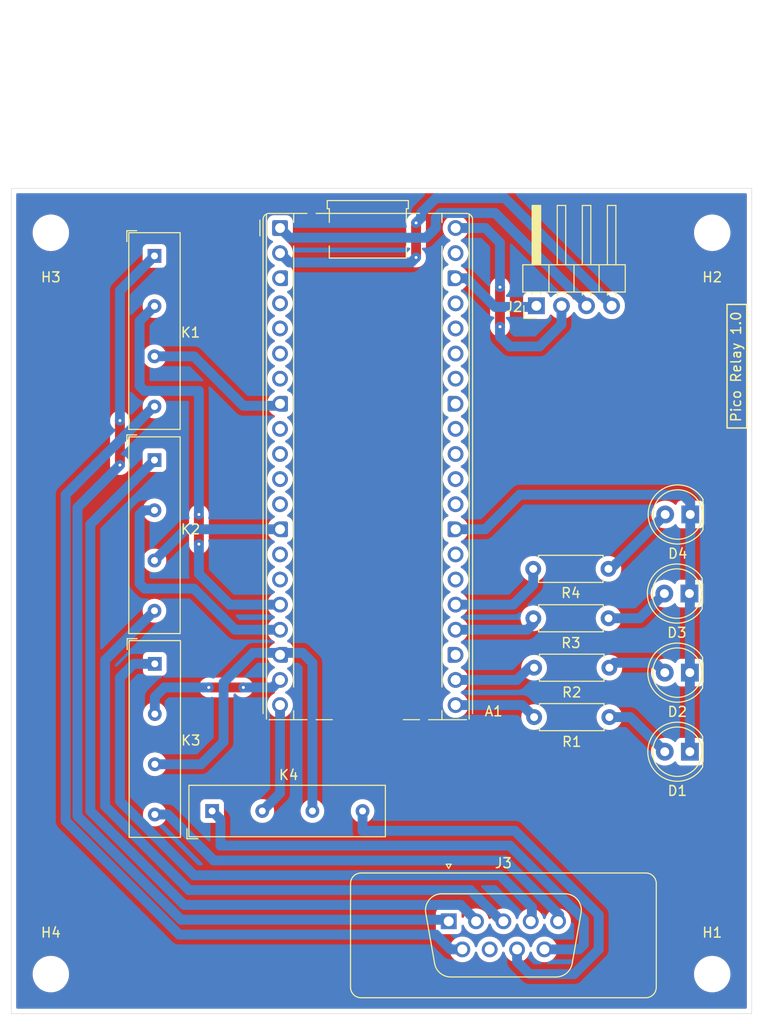
<source format=kicad_pcb>
(kicad_pcb (version 20241229) (generator "pcbnew") (generator_version "9.0")
  (layers (0 "F.Cu" signal) (2 "B.Cu" signal) (13 "F.Paste" user) (15 "B.Paste" user) (5 "F.SilkS" user "F.Silkscreen") (7 "B.SilkS" user "B.Silkscreen") (1 "F.Mask" user) (3 "B.Mask" user) (25 "Edge.Cuts" user))
  (net 0 "")
  (net 1 "Net-(A1-GPIO17)")
  (net 8 "Net-(A1-GPIO14)")
  (net 10 "Net-(A1-GPIO15)")
  (net 11 "Net-(A1-GPIO1)")
  (net 13 "Net-(A1-GPIO12)")
  (net 19 "Net-(A1-GPIO13)")
  (net 21 "Net-(A1-GPIO19)")
  (net 22 "Net-(A1-GPIO16)")
  (net 27 "Net-(A1-VBUS)")
  (net 31 "Net-(A1-GPIO18)")
  (net 32 "Net-(D1-A)")
  (net 33 "Net-(D2-A)")
  (net 34 "Net-(D3-A)")
  (net 35 "Net-(D4-A)")
  (net 36 "Net-(J3-Pad2)")
  (net 37 "Net-(J3-Pad3)")
  (net 38 "Net-(J3-Pad1)")
  (net 39 "Net-(J3-Pad8)")
  (net 41 "Net-(J3-Pad9)")
  (net 42 "Net-(J3-Pad4)")
  (net 43 "Net-(J3-Pad6)")
  (net 44 "Net-(J3-Pad5)")
  (net 45 "Net-(A1-GPIO0)")
  (net 46 "Net-(D1-K)")
  (footprint "Module:RaspberryPi_Pico_Common_THT" (layer "F.Cu") (at 98.72 67.52)
    (property "Reference" "A1" (at 20.6375 48.895 0) (layer "F.SilkS") (effects (justify left)))
    (property "Value" "RaspberryPi_Pico_W")
    (fp_line (start -2.04 0.8) (end -2.04 -0.8) (stroke (width 0.12)) (layer "F.SilkS"))
    (fp_line (start -1.72 -0.87) (end -1.72 49.13) (stroke (width 0.12)) (layer "F.SilkS"))
    (fp_line (start -1.38 -1.417) (end -1.38 49.677) (stroke (width 0.12)) (layer "F.SilkS"))
    (fp_line (start -1.11 -1.48) (end 1.38 -1.48) (stroke (width 0.12)) (layer "F.SilkS"))
    (fp_line (start -1.11 49.74) (end 2.727939 49.74) (stroke (width 0.12)) (layer "F.SilkS"))
    (fp_line (start 1.38 -1.48) (end 1.38 -0.56648) (stroke (width 0.12)) (layer "F.SilkS"))
    (fp_line (start 1.38 -1.48) (end 2.72794 -1.48) (stroke (width 0.12)) (layer "F.SilkS"))
    (fp_line (start 1.38 1.82648) (end 1.38 46.43352) (stroke (width 0.12)) (layer "F.SilkS"))
    (fp_line (start 1.38 48.82648) (end 1.38 49.74) (stroke (width 0.12)) (layer "F.SilkS"))
    (fp_line (start 3.652061 -1.48) (end 4.655 -1.48) (stroke (width 0.12)) (layer "F.SilkS"))
    (fp_line (start 4.655 -1.48) (end 13.125 -1.48) (stroke (width 0.12)) (layer "F.SilkS"))
    (fp_line (start 4.78 -2.78) (end 4.78 -1.96) (stroke (width 0.12)) (layer "F.SilkS"))
    (fp_line (start 4.78 -2.78) (end 13 -2.78) (stroke (width 0.12)) (layer "F.SilkS"))
    (fp_line (start 4.78 -1.96) (end 4.99 -1.96) (stroke (width 0.12)) (layer "F.SilkS"))
    (fp_line (start 4.99 -1.96) (end 4.99 -0.564) (stroke (width 0.12)) (layer "F.SilkS"))
    (fp_line (start 4.99 1.824) (end 4.99 3.04) (stroke (width 0.12)) (layer "F.SilkS"))
    (fp_line (start 5.29 49.74) (end 3.652061 49.74) (stroke (width 0.12)) (layer "F.SilkS"))
    (fp_line (start 12.79 -1.96) (end 12.79 -0.564) (stroke (width 0.12)) (layer "F.SilkS"))
    (fp_line (start 12.79 1.824) (end 12.79 3.04) (stroke (width 0.12)) (layer "F.SilkS"))
    (fp_line (start 12.79 3.04) (end 4.99 3.04) (stroke (width 0.12)) (layer "F.SilkS"))
    (fp_line (start 13 -2.78) (end 13 -1.96) (stroke (width 0.12)) (layer "F.SilkS"))
    (fp_line (start 13 -1.96) (end 12.79 -1.96) (stroke (width 0.12)) (layer "F.SilkS"))
    (fp_line (start 13.125 -1.48) (end 14.127939 -1.48) (stroke (width 0.12)) (layer "F.SilkS"))
    (fp_line (start 14.127939 49.74) (end 12.49 49.74) (stroke (width 0.12)) (layer "F.SilkS"))
    (fp_line (start 15.052061 -1.48) (end 16.4 -1.48) (stroke (width 0.12)) (layer "F.SilkS"))
    (fp_line (start 15.052061 49.74) (end 18.89 49.74) (stroke (width 0.12)) (layer "F.SilkS"))
    (fp_line (start 16.4 -1.48) (end 16.4 -0.56648) (stroke (width 0.12)) (layer "F.SilkS"))
    (fp_line (start 16.4 1.82648) (end 16.4 46.43352) (stroke (width 0.12)) (layer "F.SilkS"))
    (fp_line (start 16.4 48.82648) (end 16.4 49.74) (stroke (width 0.12)) (layer "F.SilkS"))
    (fp_line (start 18.89 -1.48) (end 16.4 -1.48) (stroke (width 0.12)) (layer "F.SilkS"))
    (fp_line (start 19.16 49.677) (end 19.16 -1.417) (stroke (width 0.12)) (layer "F.SilkS"))
    (fp_line (start 19.5 -0.87) (end 19.5 49.13) (stroke (width 0.12)) (layer "F.SilkS"))
    (fp_arc (start -1.72 -0.87) (mid -1.541335 -1.301335) (end -1.11 -1.48) (stroke (width 0.12)) (layer "F.SilkS"))
    (fp_arc (start 18.89 -1.48) (mid 19.321335 -1.301335) (end 19.5 -0.87) (stroke (width 0.12)) (layer "F.SilkS"))
    (pad "1" thru_hole roundrect (at 0 0) (size 1.6 1.6) (drill 1) (layers "*.Cu" "*.Mask") (roundrect_rratio 0.125) (net 45 "Net-(A1-GPIO0)"))
    (pad "2" thru_hole circle (at 0 2.54) (size 1.6 1.6) (drill 1) (layers "*.Cu" "*.Mask") (net 11 "Net-(A1-GPIO1)"))
    (pad "3" thru_hole custom (at 0 5.08) (size 1.6 1.6) (drill 1) (layers "*.Cu" "*.Mask") (net 46 "Net-(D1-K)") (options (clearance outline) (anchor circle)) (primitives (gr_poly (pts (xy 0.8 0.6) (xy 0.8 -0.6) (xy 0.6 -0.8) (xy 0 -0.8) (xy 0 0.8) (xy 0.6 0.8)) (width 0) (fill yes)) (gr_circle (center 0.6 0.6) (end 0.8 0.6) (width 0) (fill yes)) (gr_circle (center 0.6 -0.6) (end 0.8 -0.6) (width 0) (fill yes))))
    (pad "4" thru_hole circle (at 0 7.62) (size 1.6 1.6) (drill 1) (layers "*.Cu" "*.Mask"))
    (pad "5" thru_hole circle (at 0 10.16) (size 1.6 1.6) (drill 1) (layers "*.Cu" "*.Mask"))
    (pad "6" thru_hole circle (at 0 12.7) (size 1.6 1.6) (drill 1) (layers "*.Cu" "*.Mask"))
    (pad "7" thru_hole circle (at 0 15.24) (size 1.6 1.6) (drill 1) (layers "*.Cu" "*.Mask"))
    (pad "8" thru_hole custom (at 0 17.78) (size 1.6 1.6) (drill 1) (layers "*.Cu" "*.Mask") (net 46 "Net-(D1-K)") (options (clearance outline) (anchor circle)) (primitives (gr_poly (pts (xy 0.8 0.6) (xy 0.8 -0.6) (xy 0.6 -0.8) (xy 0 -0.8) (xy 0 0.8) (xy 0.6 0.8)) (width 0) (fill yes)) (gr_circle (center 0.6 0.6) (end 0.8 0.6) (width 0) (fill yes)) (gr_circle (center 0.6 -0.6) (end 0.8 -0.6) (width 0) (fill yes))))
    (pad "9" thru_hole circle (at 0 20.32) (size 1.6 1.6) (drill 1) (layers "*.Cu" "*.Mask"))
    (pad "10" thru_hole circle (at 0 22.86) (size 1.6 1.6) (drill 1) (layers "*.Cu" "*.Mask"))
    (pad "11" thru_hole circle (at 0 25.4) (size 1.6 1.6) (drill 1) (layers "*.Cu" "*.Mask"))
    (pad "12" thru_hole circle (at 0 27.94) (size 1.6 1.6) (drill 1) (layers "*.Cu" "*.Mask"))
    (pad "13" thru_hole custom (at 0 30.48) (size 1.6 1.6) (drill 1) (layers "*.Cu" "*.Mask") (net 46 "Net-(D1-K)") (options (clearance outline) (anchor circle)) (primitives (gr_poly (pts (xy 0.8 0.6) (xy 0.8 -0.6) (xy 0.6 -0.8) (xy 0 -0.8) (xy 0 0.8) (xy 0.6 0.8)) (width 0) (fill yes)) (gr_circle (center 0.6 0.6) (end 0.8 0.6) (width 0) (fill yes)) (gr_circle (center 0.6 -0.6) (end 0.8 -0.6) (width 0) (fill yes))))
    (pad "14" thru_hole circle (at 0 33.02) (size 1.6 1.6) (drill 1) (layers "*.Cu" "*.Mask"))
    (pad "15" thru_hole circle (at 0 35.56) (size 1.6 1.6) (drill 1) (layers "*.Cu" "*.Mask"))
    (pad "16" thru_hole circle (at 0 38.1) (size 1.6 1.6) (drill 1) (layers "*.Cu" "*.Mask") (net 13 "Net-(A1-GPIO12)"))
    (pad "17" thru_hole circle (at 0 40.64) (size 1.6 1.6) (drill 1) (layers "*.Cu" "*.Mask") (net 19 "Net-(A1-GPIO13)"))
    (pad "18" thru_hole custom (at 0 43.18) (size 1.6 1.6) (drill 1) (layers "*.Cu" "*.Mask") (net 46 "Net-(D1-K)") (options (clearance outline) (anchor circle)) (primitives (gr_poly (pts (xy 0.8 0.6) (xy 0.8 -0.6) (xy 0.6 -0.8) (xy 0 -0.8) (xy 0 0.8) (xy 0.6 0.8)) (width 0) (fill yes)) (gr_circle (center 0.6 0.6) (end 0.8 0.6) (width 0) (fill yes)) (gr_circle (center 0.6 -0.6) (end 0.8 -0.6) (width 0) (fill yes))))
    (pad "19" thru_hole circle (at 0 45.72) (size 1.6 1.6) (drill 1) (layers "*.Cu" "*.Mask") (net 8 "Net-(A1-GPIO14)"))
    (pad "20" thru_hole circle (at 0 48.26) (size 1.6 1.6) (drill 1) (layers "*.Cu" "*.Mask") (net 10 "Net-(A1-GPIO15)"))
    (pad "21" thru_hole circle (at 17.78 48.26) (size 1.6 1.6) (drill 1) (layers "*.Cu" "*.Mask") (net 22 "Net-(A1-GPIO16)"))
    (pad "22" thru_hole circle (at 17.78 45.72) (size 1.6 1.6) (drill 1) (layers "*.Cu" "*.Mask") (net 1 "Net-(A1-GPIO17)"))
    (pad "23" thru_hole custom (at 17.78 43.18) (size 1.6 1.6) (drill 1) (layers "*.Cu" "*.Mask") (net 46 "Net-(D1-K)") (options (clearance outline) (anchor circle)) (primitives (gr_poly (pts (xy -0.8 0.6) (xy -0.8 -0.6) (xy -0.6 -0.8) (xy 0 -0.8) (xy 0 0.8) (xy -0.6 0.8)) (width 0) (fill yes)) (gr_circle (center -0.6 0.6) (end -0.4 0.6) (width 0) (fill yes)) (gr_circle (center -0.6 -0.6) (end -0.4 -0.6) (width 0) (fill yes))))
    (pad "24" thru_hole circle (at 17.78 40.64) (size 1.6 1.6) (drill 1) (layers "*.Cu" "*.Mask") (net 31 "Net-(A1-GPIO18)"))
    (pad "25" thru_hole circle (at 17.78 38.1) (size 1.6 1.6) (drill 1) (layers "*.Cu" "*.Mask") (net 21 "Net-(A1-GPIO19)"))
    (pad "26" thru_hole circle (at 17.78 35.56) (size 1.6 1.6) (drill 1) (layers "*.Cu" "*.Mask"))
    (pad "27" thru_hole circle (at 17.78 33.02) (size 1.6 1.6) (drill 1) (layers "*.Cu" "*.Mask"))
    (pad "28" thru_hole custom (at 17.78 30.48) (size 1.6 1.6) (drill 1) (layers "*.Cu" "*.Mask") (net 46 "Net-(D1-K)") (options (clearance outline) (anchor circle)) (primitives (gr_poly (pts (xy -0.8 0.6) (xy -0.8 -0.6) (xy -0.6 -0.8) (xy 0 -0.8) (xy 0 0.8) (xy -0.6 0.8)) (width 0) (fill yes)) (gr_circle (center -0.6 0.6) (end -0.4 0.6) (width 0) (fill yes)) (gr_circle (center -0.6 -0.6) (end -0.4 -0.6) (width 0) (fill yes))))
    (pad "29" thru_hole circle (at 17.78 27.94) (size 1.6 1.6) (drill 1) (layers "*.Cu" "*.Mask"))
    (pad "30" thru_hole circle (at 17.78 25.4) (size 1.6 1.6) (drill 1) (layers "*.Cu" "*.Mask"))
    (pad "31" thru_hole circle (at 17.78 22.86) (size 1.6 1.6) (drill 1) (layers "*.Cu" "*.Mask"))
    (pad "32" thru_hole circle (at 17.78 20.32) (size 1.6 1.6) (drill 1) (layers "*.Cu" "*.Mask"))
    (pad "33" thru_hole custom (at 17.78 17.78) (size 1.6 1.6) (drill 1) (layers "*.Cu" "*.Mask") (options (clearance outline) (anchor circle)) (primitives (gr_poly (pts (xy -0.8 0.6) (xy -0.8 -0.6) (xy -0.6 -0.8) (xy 0 -0.8) (xy 0 0.8) (xy -0.6 0.8)) (width 0) (fill yes)) (gr_circle (center -0.6 0.6) (end -0.4 0.6) (width 0) (fill yes)) (gr_circle (center -0.6 -0.6) (end -0.4 -0.6) (width 0) (fill yes))))
    (pad "34" thru_hole circle (at 17.78 15.24) (size 1.6 1.6) (drill 1) (layers "*.Cu" "*.Mask"))
    (pad "35" thru_hole circle (at 17.78 12.7) (size 1.6 1.6) (drill 1) (layers "*.Cu" "*.Mask"))
    (pad "36" thru_hole circle (at 17.78 10.16) (size 1.6 1.6) (drill 1) (layers "*.Cu" "*.Mask"))
    (pad "37" thru_hole circle (at 17.78 7.62) (size 1.6 1.6) (drill 1) (layers "*.Cu" "*.Mask"))
    (pad "38" thru_hole custom (at 17.78 5.08) (size 1.6 1.6) (drill 1) (layers "*.Cu" "*.Mask") (net 46 "Net-(D1-K)") (options (clearance outline) (anchor circle)) (primitives (gr_poly (pts (xy -0.8 0.6) (xy -0.8 -0.6) (xy -0.6 -0.8) (xy 0 -0.8) (xy 0 0.8) (xy -0.6 0.8)) (width 0) (fill yes)) (gr_circle (center -0.6 0.6) (end -0.4 0.6) (width 0) (fill yes)) (gr_circle (center -0.6 -0.6) (end -0.4 -0.6) (width 0) (fill yes))))
    (pad "39" thru_hole circle (at 17.78 2.54) (size 1.6 1.6) (drill 1) (layers "*.Cu" "*.Mask"))
    (pad "40" thru_hole circle (at 17.78 0) (size 1.6 1.6) (drill 1) (layers "*.Cu" "*.Mask") (net 27 "Net-(A1-VBUS)"))
  )
  (footprint "Connector_PinHeader_2.54mm:PinHeader_1x04_P2.54mm_Horizontal" (layer "F.Cu") (at 124.69 75.385 90)
    (property "Reference" "J2" (at -0.115 -2.27 0) (layer "F.SilkS"))
    (property "Value" "Conn_01x04_Pin")
    (fp_line (start 4.15 -1.38) (end 1.39 -1.38) (stroke (width 0.12)) (layer "F.SilkS"))
    (fp_line (start 1.39 -1.38) (end 1.39 9) (stroke (width 0.12)) (layer "F.SilkS"))
    (fp_line (start -1.27 -1.27) (end 0 -1.27) (stroke (width 0.12)) (layer "F.SilkS"))
    (fp_line (start 1.16 -0.43) (end 1.39 -0.43) (stroke (width 0.12)) (layer "F.SilkS"))
    (fp_line (start -1.27 0) (end -1.27 -1.27) (stroke (width 0.12)) (layer "F.SilkS"))
    (fp_line (start 1.16 0.43) (end 1.39 0.43) (stroke (width 0.12)) (layer "F.SilkS"))
    (fp_line (start 1.39 1.27) (end 4.15 1.27) (stroke (width 0.12)) (layer "F.SilkS"))
    (fp_line (start 10.15 2.11) (end 10.15 2.97) (stroke (width 0.12)) (layer "F.SilkS"))
    (fp_line (start 4.15 2.11) (end 10.15 2.11) (stroke (width 0.12)) (layer "F.SilkS"))
    (fp_line (start 1.077358 2.11) (end 1.39 2.11) (stroke (width 0.12)) (layer "F.SilkS"))
    (fp_line (start 10.15 2.97) (end 4.15 2.97) (stroke (width 0.12)) (layer "F.SilkS"))
    (fp_line (start 1.077358 2.97) (end 1.39 2.97) (stroke (width 0.12)) (layer "F.SilkS"))
    (fp_line (start 1.39 3.81) (end 4.15 3.81) (stroke (width 0.12)) (layer "F.SilkS"))
    (fp_line (start 10.15 4.65) (end 10.15 5.51) (stroke (width 0.12)) (layer "F.SilkS"))
    (fp_line (start 4.15 4.65) (end 10.15 4.65) (stroke (width 0.12)) (layer "F.SilkS"))
    (fp_line (start 1.077358 4.65) (end 1.39 4.65) (stroke (width 0.12)) (layer "F.SilkS"))
    (fp_line (start 10.15 5.51) (end 4.15 5.51) (stroke (width 0.12)) (layer "F.SilkS"))
    (fp_line (start 1.077358 5.51) (end 1.39 5.51) (stroke (width 0.12)) (layer "F.SilkS"))
    (fp_line (start 1.39 6.35) (end 4.15 6.35) (stroke (width 0.12)) (layer "F.SilkS"))
    (fp_line (start 10.15 7.19) (end 10.15 8.05) (stroke (width 0.12)) (layer "F.SilkS"))
    (fp_line (start 4.15 7.19) (end 10.15 7.19) (stroke (width 0.12)) (layer "F.SilkS"))
    (fp_line (start 1.077358 7.19) (end 1.39 7.19) (stroke (width 0.12)) (layer "F.SilkS"))
    (fp_line (start 10.15 8.05) (end 4.15 8.05) (stroke (width 0.12)) (layer "F.SilkS"))
    (fp_line (start 1.077358 8.05) (end 1.39 8.05) (stroke (width 0.12)) (layer "F.SilkS"))
    (fp_line (start 4.15 9) (end 4.15 -1.38) (stroke (width 0.12)) (layer "F.SilkS"))
    (fp_line (start 1.39 9) (end 4.15 9) (stroke (width 0.12)) (layer "F.SilkS"))
    (fp_rect (start 4.15 -0.43) (end 10.15 0.43) (stroke (width 0.12)) (fill yes) (layer "F.SilkS"))
    (pad "1" thru_hole rect (at 0 0 90) (size 1.7 1.7) (drill 1) (layers "*.Cu" "*.Mask") (net 46 "Net-(D1-K)"))
    (pad "2" thru_hole circle (at 0 2.54 90) (size 1.7 1.7) (drill 1) (layers "*.Cu" "*.Mask") (net 27 "Net-(A1-VBUS)"))
    (pad "3" thru_hole circle (at 0 5.08 90) (size 1.7 1.7) (drill 1) (layers "*.Cu" "*.Mask") (net 45 "Net-(A1-GPIO0)"))
    (pad "4" thru_hole circle (at 0 7.62 90) (size 1.7 1.7) (drill 1) (layers "*.Cu" "*.Mask") (net 11 "Net-(A1-GPIO1)"))
  )
  (footprint "Resistor_THT:R_Axial_DIN0207_L6.3mm_D2.5mm_P7.62mm_Horizontal" (layer "F.Cu") (at 124.38 107)
    (property "Reference" "R3" (at 3.81 2.5 0) (layer "F.SilkS"))
    (property "Value" "R")
    (fp_line (start 0.54 -1.37) (end 7.08 -1.37) (stroke (width 0.12)) (layer "F.SilkS"))
    (fp_line (start 0.54 -1.04) (end 0.54 -1.37) (stroke (width 0.12)) (layer "F.SilkS"))
    (fp_line (start 0.54 1.04) (end 0.54 1.37) (stroke (width 0.12)) (layer "F.SilkS"))
    (fp_line (start 0.54 1.37) (end 7.08 1.37) (stroke (width 0.12)) (layer "F.SilkS"))
    (fp_line (start 7.08 -1.37) (end 7.08 -1.04) (stroke (width 0.12)) (layer "F.SilkS"))
    (fp_line (start 7.08 1.37) (end 7.08 1.04) (stroke (width 0.12)) (layer "F.SilkS"))
    (pad "1" thru_hole circle (at 0 0) (size 1.6 1.6) (drill 0.8) (layers "*.Cu" "*.Mask") (net 31 "Net-(A1-GPIO18)"))
    (pad "2" thru_hole oval (at 7.62 0) (size 1.6 1.6) (drill 0.8) (layers "*.Cu" "*.Mask") (net 34 "Net-(D3-A)"))
  )
  (footprint "Relay_THT:Relay_SPST_StandexMeder_SIL_Form1A" (layer "F.Cu") (at 86 70.34 -90)
    (property "Reference" "K1" (at 7.75 -3.65 0) (layer "F.SilkS"))
    (property "Value" "SILxx-1Axx-71x" (hide yes))
    (fp_line (start -2.55 2.8) (end -2.55 1.8) (stroke (width 0.12)) (layer "F.SilkS"))
    (fp_line (start -1.45 2.8) (end -2.55 2.8) (stroke (width 0.12)) (layer "F.SilkS"))
    (fp_line (start -2.35 2.6) (end -2.35 -2.6) (stroke (width 0.12)) (layer "F.SilkS"))
    (fp_line (start 17.55 2.6) (end -2.35 2.6) (stroke (width 0.12)) (layer "F.SilkS"))
    (fp_line (start -2.35 -2.6) (end 17.55 -2.6) (stroke (width 0.12)) (layer "F.SilkS"))
    (fp_line (start 17.55 -2.6) (end 17.55 2.6) (stroke (width 0.12)) (layer "F.SilkS"))
    (pad "1" thru_hole rect (at 0 0 270) (size 1.4 1.4) (drill 0.7) (layers "*.Cu" "*.Mask") (net 38 "Net-(J3-Pad1)"))
    (pad "3" thru_hole circle (at 5.08 0 270) (size 1.4 1.4) (drill 0.7) (layers "*.Cu" "*.Mask") (net 13 "Net-(A1-GPIO12)"))
    (pad "5" thru_hole circle (at 10.16 0 270) (size 1.4 1.4) (drill 0.7) (layers "*.Cu" "*.Mask") (net 46 "Net-(D1-K)"))
    (pad "7" thru_hole circle (at 15.24 0 270) (size 1.4 1.4) (drill 0.7) (layers "*.Cu" "*.Mask") (net 43 "Net-(J3-Pad6)"))
  )
  (footprint "Resistor_THT:R_Axial_DIN0207_L6.3mm_D2.5mm_P7.62mm_Horizontal" (layer "F.Cu") (at 124.36665 102)
    (property "Reference" "R4" (at 3.81 2.444966 0) (layer "F.SilkS"))
    (property "Value" "R")
    (fp_line (start 0.54 -1.37) (end 7.08 -1.37) (stroke (width 0.12)) (layer "F.SilkS"))
    (fp_line (start 0.54 -1.04) (end 0.54 -1.37) (stroke (width 0.12)) (layer "F.SilkS"))
    (fp_line (start 0.54 1.04) (end 0.54 1.37) (stroke (width 0.12)) (layer "F.SilkS"))
    (fp_line (start 0.54 1.37) (end 7.08 1.37) (stroke (width 0.12)) (layer "F.SilkS"))
    (fp_line (start 7.08 -1.37) (end 7.08 -1.04) (stroke (width 0.12)) (layer "F.SilkS"))
    (fp_line (start 7.08 1.37) (end 7.08 1.04) (stroke (width 0.12)) (layer "F.SilkS"))
    (pad "1" thru_hole circle (at 0 0) (size 1.6 1.6) (drill 0.8) (layers "*.Cu" "*.Mask") (net 21 "Net-(A1-GPIO19)"))
    (pad "2" thru_hole oval (at 7.62 0) (size 1.6 1.6) (drill 0.8) (layers "*.Cu" "*.Mask") (net 35 "Net-(D4-A)"))
  )
  (footprint "Resistor_THT:R_Axial_DIN0207_L6.3mm_D2.5mm_P7.62mm_Horizontal" (layer "F.Cu") (at 124.46 117)
    (property "Reference" "R1" (at 3.81 2.5 0) (layer "F.SilkS"))
    (property "Value" "R")
    (fp_line (start 0.54 -1.37) (end 7.08 -1.37) (stroke (width 0.12)) (layer "F.SilkS"))
    (fp_line (start 0.54 -1.04) (end 0.54 -1.37) (stroke (width 0.12)) (layer "F.SilkS"))
    (fp_line (start 0.54 1.04) (end 0.54 1.37) (stroke (width 0.12)) (layer "F.SilkS"))
    (fp_line (start 0.54 1.37) (end 7.08 1.37) (stroke (width 0.12)) (layer "F.SilkS"))
    (fp_line (start 7.08 -1.37) (end 7.08 -1.04) (stroke (width 0.12)) (layer "F.SilkS"))
    (fp_line (start 7.08 1.37) (end 7.08 1.04) (stroke (width 0.12)) (layer "F.SilkS"))
    (pad "1" thru_hole circle (at 0 0) (size 1.6 1.6) (drill 0.8) (layers "*.Cu" "*.Mask") (net 22 "Net-(A1-GPIO16)"))
    (pad "2" thru_hole oval (at 7.62 0) (size 1.6 1.6) (drill 0.8) (layers "*.Cu" "*.Mask") (net 32 "Net-(D1-A)"))
  )
  (footprint "MountingHole:MountingHole_3.2mm_M3" (layer "F.Cu") (at 75.5 68)
    (property "Reference" "H3" (at 0 4.5 0) (layer "F.SilkS"))
    (property "Value" "MountingHole")
    (pad "" np_thru_hole circle (at 0 0) (size 3.2 3.2) (drill 3.2) (layers "*.Cu" "*.Mask"))
  )
  (footprint "LED_THT:LED_D5.0mm_Clear" (layer "F.Cu") (at 140.191688 104.5 180)
    (property "Reference" "D3" (at 1.27 -3.96 0) (layer "F.SilkS"))
    (property "Value" "LED")
    (fp_line (start -1.29 -1.545) (end -1.29 1.545) (stroke (width 0.12)) (layer "F.SilkS"))
    (fp_arc (start 4.26 0.000048) (mid 2.071756 2.880501) (end -1.29 1.54483) (stroke (width 0.12)) (layer "F.SilkS"))
    (fp_arc (start -1.29 -1.54483) (mid 2.071756 -2.880501) (end 4.26 -0.000048) (stroke (width 0.12)) (layer "F.SilkS"))
    (fp_circle (center 1.27 0) (end 3.77 0) (stroke (width 0.12)) (fill no) (layer "F.SilkS"))
    (pad "1" thru_hole rect (at 0 0 180) (size 1.8 1.8) (drill 0.9) (layers "*.Cu" "*.Mask") (net 46 "Net-(D1-K)"))
    (pad "2" thru_hole circle (at 2.54 0 180) (size 1.8 1.8) (drill 0.9) (layers "*.Cu" "*.Mask") (net 34 "Net-(D3-A)"))
  )
  (footprint "LED_THT:LED_D5.0mm_Clear" (layer "F.Cu") (at 140.235 112.5 180)
    (property "Reference" "D2" (at 1.27 -3.96 0) (layer "F.SilkS"))
    (property "Value" "LED")
    (fp_line (start -1.29 -1.545) (end -1.29 1.545) (stroke (width 0.12)) (layer "F.SilkS"))
    (fp_arc (start 4.26 0.000048) (mid 2.071756 2.880501) (end -1.29 1.54483) (stroke (width 0.12)) (layer "F.SilkS"))
    (fp_arc (start -1.29 -1.54483) (mid 2.071756 -2.880501) (end 4.26 -0.000048) (stroke (width 0.12)) (layer "F.SilkS"))
    (fp_circle (center 1.27 0) (end 3.77 0) (stroke (width 0.12)) (fill no) (layer "F.SilkS"))
    (pad "1" thru_hole rect (at 0 0 180) (size 1.8 1.8) (drill 0.9) (layers "*.Cu" "*.Mask") (net 46 "Net-(D1-K)"))
    (pad "2" thru_hole circle (at 2.54 0 180) (size 1.8 1.8) (drill 0.9) (layers "*.Cu" "*.Mask") (net 33 "Net-(D2-A)"))
  )
  (footprint "MountingHole:MountingHole_3.2mm_M3" (layer "F.Cu") (at 142.5 143)
    (property "Reference" "H1" (at 0 -4.2 0) (layer "F.SilkS"))
    (property "Value" "MountingHole")
    (pad "" np_thru_hole circle (at 0 0) (size 3.2 3.2) (drill 3.2) (layers "*.Cu" "*.Mask"))
  )
  (footprint "Resistor_THT:R_Axial_DIN0207_L6.3mm_D2.5mm_P7.62mm_Horizontal" (layer "F.Cu") (at 124.46 112)
    (property "Reference" "R2" (at 3.81 2.5 0) (layer "F.SilkS"))
    (property "Value" "R")
    (fp_line (start 0.54 -1.37) (end 7.08 -1.37) (stroke (width 0.12)) (layer "F.SilkS"))
    (fp_line (start 0.54 -1.04) (end 0.54 -1.37) (stroke (width 0.12)) (layer "F.SilkS"))
    (fp_line (start 0.54 1.04) (end 0.54 1.37) (stroke (width 0.12)) (layer "F.SilkS"))
    (fp_line (start 0.54 1.37) (end 7.08 1.37) (stroke (width 0.12)) (layer "F.SilkS"))
    (fp_line (start 7.08 -1.37) (end 7.08 -1.04) (stroke (width 0.12)) (layer "F.SilkS"))
    (fp_line (start 7.08 1.37) (end 7.08 1.04) (stroke (width 0.12)) (layer "F.SilkS"))
    (pad "1" thru_hole circle (at 0 0) (size 1.6 1.6) (drill 0.8) (layers "*.Cu" "*.Mask") (net 1 "Net-(A1-GPIO17)"))
    (pad "2" thru_hole oval (at 7.62 0) (size 1.6 1.6) (drill 0.8) (layers "*.Cu" "*.Mask") (net 33 "Net-(D2-A)"))
  )
  (footprint "LED_THT:LED_D5.0mm_Clear" (layer "F.Cu") (at 140.275 96.5 180)
    (property "Reference" "D4" (at 1.27 -3.96 0) (layer "F.SilkS"))
    (property "Value" "LED")
    (fp_line (start -1.29 -1.545) (end -1.29 1.545) (stroke (width 0.12)) (layer "F.SilkS"))
    (fp_arc (start 4.26 0.000048) (mid 2.071756 2.880501) (end -1.29 1.54483) (stroke (width 0.12)) (layer "F.SilkS"))
    (fp_arc (start -1.29 -1.54483) (mid 2.071756 -2.880501) (end 4.26 -0.000048) (stroke (width 0.12)) (layer "F.SilkS"))
    (fp_circle (center 1.27 0) (end 3.77 0) (stroke (width 0.12)) (fill no) (layer "F.SilkS"))
    (pad "1" thru_hole rect (at 0 0 180) (size 1.8 1.8) (drill 0.9) (layers "*.Cu" "*.Mask") (net 46 "Net-(D1-K)"))
    (pad "2" thru_hole circle (at 2.54 0 180) (size 1.8 1.8) (drill 0.9) (layers "*.Cu" "*.Mask") (net 35 "Net-(D4-A)"))
  )
  (footprint "Connector_Dsub:DSUB-9_Pins_Vertical_P2.77x2.84mm" (layer "F.Cu") (at 115.805 137.66)
    (property "Reference" "J3" (at 5.54 -5.89 0) (layer "F.SilkS"))
    (property "Value" "DE9_Pins")
    (fp_line (start -9.945 6.67) (end -9.945 -3.83) (stroke (width 0.12)) (layer "F.SilkS"))
    (fp_line (start -8.885 -4.89) (end 19.965 -4.89) (stroke (width 0.12)) (layer "F.SilkS"))
    (fp_line (start -2.32647 -0.841744) (end -1.427202 4.258256) (stroke (width 0.12)) (layer "F.SilkS"))
    (fp_line (start -0.691689 -2.79) (end 11.771689 -2.79) (stroke (width 0.12)) (layer "F.SilkS"))
    (fp_line (start -0.25 -5.784338) (end 0.25 -5.784338) (stroke (width 0.12)) (layer "F.SilkS"))
    (fp_line (start 0 -5.351325) (end -0.25 -5.784338) (stroke (width 0.12)) (layer "F.SilkS"))
    (fp_line (start 0.207579 5.63) (end 10.872421 5.63) (stroke (width 0.12)) (layer "F.SilkS"))
    (fp_line (start 0.25 -5.784338) (end 0 -5.351325) (stroke (width 0.12)) (layer "F.SilkS"))
    (fp_line (start 13.40647 -0.841744) (end 12.507202 4.258256) (stroke (width 0.12)) (layer "F.SilkS"))
    (fp_line (start 19.965 7.73) (end -8.885 7.73) (stroke (width 0.12)) (layer "F.SilkS"))
    (fp_line (start 21.025 -3.83) (end 21.025 6.67) (stroke (width 0.12)) (layer "F.SilkS"))
    (fp_arc (start -9.945 -3.83) (mid -9.634533 -4.579533) (end -8.885 -4.89) (stroke (width 0.12)) (layer "F.SilkS"))
    (fp_arc (start -8.885 7.73) (mid -9.634533 7.419533) (end -9.945 6.67) (stroke (width 0.12)) (layer "F.SilkS"))
    (fp_arc (start -2.32647 -0.841744) (mid -1.963323 -2.197027) (end -0.691689 -2.79) (stroke (width 0.12)) (layer "F.SilkS"))
    (fp_arc (start 0.207579 5.63) (mid -0.859449 5.241634) (end -1.427202 4.258256) (stroke (width 0.12)) (layer "F.SilkS"))
    (fp_arc (start 11.771689 -2.79) (mid 13.043323 -2.197027) (end 13.40647 -0.841744) (stroke (width 0.12)) (layer "F.SilkS"))
    (fp_arc (start 12.507202 4.258256) (mid 11.939449 5.241634) (end 10.872421 5.63) (stroke (width 0.12)) (layer "F.SilkS"))
    (fp_arc (start 19.965 -4.89) (mid 20.714533 -4.579533) (end 21.025 -3.83) (stroke (width 0.12)) (layer "F.SilkS"))
    (fp_arc (start 21.025 6.67) (mid 20.714533 7.419533) (end 19.965 7.73) (stroke (width 0.12)) (layer "F.SilkS"))
    (pad "1" thru_hole rect (at 0 0) (size 1.6 1.6) (drill 1) (layers "*.Cu" "*.Mask") (net 38 "Net-(J3-Pad1)"))
    (pad "2" thru_hole circle (at 2.77 0) (size 1.6 1.6) (drill 1) (layers "*.Cu" "*.Mask") (net 36 "Net-(J3-Pad2)"))
    (pad "3" thru_hole circle (at 5.54 0) (size 1.6 1.6) (drill 1) (layers "*.Cu" "*.Mask") (net 37 "Net-(J3-Pad3)"))
    (pad "4" thru_hole circle (at 8.31 0) (size 1.6 1.6) (drill 1) (layers "*.Cu" "*.Mask") (net 42 "Net-(J3-Pad4)"))
    (pad "5" thru_hole circle (at 11.08 0) (size 1.6 1.6) (drill 1) (layers "*.Cu" "*.Mask") (net 44 "Net-(J3-Pad5)"))
    (pad "6" thru_hole circle (at 1.385 2.84) (size 1.6 1.6) (drill 1) (layers "*.Cu" "*.Mask") (net 43 "Net-(J3-Pad6)"))
    (pad "7" thru_hole circle (at 4.155 2.84) (size 1.6 1.6) (drill 1) (layers "*.Cu" "*.Mask"))
    (pad "8" thru_hole circle (at 6.925 2.84) (size 1.6 1.6) (drill 1) (layers "*.Cu" "*.Mask") (net 39 "Net-(J3-Pad8)"))
    (pad "9" thru_hole circle (at 9.695 2.84) (size 1.6 1.6) (drill 1) (layers "*.Cu" "*.Mask") (net 41 "Net-(J3-Pad9)"))
  )
  (footprint "Relay_THT:Relay_SPST_StandexMeder_SIL_Form1A" (layer "F.Cu") (at 86.033704 111.610922 -90)
    (property "Reference" "K3" (at 7.75 -3.65 0) (layer "F.SilkS"))
    (property "Value" "SILxx-1Axx-71x" (hide yes))
    (fp_line (start -2.55 2.8) (end -2.55 1.8) (stroke (width 0.12)) (layer "F.SilkS"))
    (fp_line (start -1.45 2.8) (end -2.55 2.8) (stroke (width 0.12)) (layer "F.SilkS"))
    (fp_line (start -2.35 2.6) (end -2.35 -2.6) (stroke (width 0.12)) (layer "F.SilkS"))
    (fp_line (start 17.55 2.6) (end -2.35 2.6) (stroke (width 0.12)) (layer "F.SilkS"))
    (fp_line (start -2.35 -2.6) (end 17.55 -2.6) (stroke (width 0.12)) (layer "F.SilkS"))
    (fp_line (start 17.55 -2.6) (end 17.55 2.6) (stroke (width 0.12)) (layer "F.SilkS"))
    (pad "1" thru_hole rect (at 0 0 270) (size 1.4 1.4) (drill 0.7) (layers "*.Cu" "*.Mask") (net 42 "Net-(J3-Pad4)"))
    (pad "3" thru_hole circle (at 5.08 0 270) (size 1.4 1.4) (drill 0.7) (layers "*.Cu" "*.Mask") (net 8 "Net-(A1-GPIO14)"))
    (pad "5" thru_hole circle (at 10.16 0 270) (size 1.4 1.4) (drill 0.7) (layers "*.Cu" "*.Mask") (net 46 "Net-(D1-K)"))
    (pad "7" thru_hole circle (at 15.24 0 270) (size 1.4 1.4) (drill 0.7) (layers "*.Cu" "*.Mask") (net 44 "Net-(J3-Pad5)"))
  )
  (footprint "MountingHole:MountingHole_3.2mm_M3" (layer "F.Cu") (at 142.5 68)
    (property "Reference" "H2" (at 0 4.5 0) (layer "F.SilkS"))
    (property "Value" "MountingHole")
    (pad "" np_thru_hole circle (at 0 0) (size 3.2 3.2) (drill 3.2) (layers "*.Cu" "*.Mask"))
  )
  (footprint "Relay_THT:Relay_SPST_StandexMeder_SIL_Form1A" (layer "F.Cu") (at 91.84 126.5)
    (property "Reference" "K4" (at 7.75 -3.65 0) (layer "F.SilkS"))
    (property "Value" "SILxx-1Axx-71x")
    (fp_line (start -2.55 2.8) (end -2.55 1.8) (stroke (width 0.12)) (layer "F.SilkS"))
    (fp_line (start -2.35 -2.6) (end 17.55 -2.6) (stroke (width 0.12)) (layer "F.SilkS"))
    (fp_line (start -2.35 2.6) (end -2.35 -2.6) (stroke (width 0.12)) (layer "F.SilkS"))
    (fp_line (start -1.45 2.8) (end -2.55 2.8) (stroke (width 0.12)) (layer "F.SilkS"))
    (fp_line (start 17.55 -2.6) (end 17.55 2.6) (stroke (width 0.12)) (layer "F.SilkS"))
    (fp_line (start 17.55 2.6) (end -2.35 2.6) (stroke (width 0.12)) (layer "F.SilkS"))
    (pad "1" thru_hole rect (at 0 0) (size 1.4 1.4) (drill 0.7) (layers "*.Cu" "*.Mask") (net 41 "Net-(J3-Pad9)"))
    (pad "3" thru_hole circle (at 5.08 0) (size 1.4 1.4) (drill 0.7) (layers "*.Cu" "*.Mask") (net 10 "Net-(A1-GPIO15)"))
    (pad "5" thru_hole circle (at 10.16 0) (size 1.4 1.4) (drill 0.7) (layers "*.Cu" "*.Mask") (net 46 "Net-(D1-K)"))
    (pad "7" thru_hole circle (at 15.24 0) (size 1.4 1.4) (drill 0.7) (layers "*.Cu" "*.Mask") (net 39 "Net-(J3-Pad8)"))
  )
  (footprint "MountingHole:MountingHole_3.2mm_M3" (layer "F.Cu") (at 75.5 143)
    (property "Reference" "H4" (at 0 -4.2 0) (layer "F.SilkS"))
    (property "Value" "MountingHole")
    (pad "" np_thru_hole circle (at 0 0) (size 3.2 3.2) (drill 3.2) (layers "*.Cu" "*.Mask"))
  )
  (footprint "LED_THT:LED_D5.0mm_Clear" (layer "F.Cu") (at 140.235 120.5 180)
    (property "Reference" "D1" (at 1.27 -3.96 0) (layer "F.SilkS"))
    (property "Value" "LED")
    (fp_line (start -1.29 -1.545) (end -1.29 1.545) (stroke (width 0.12)) (layer "F.SilkS"))
    (fp_arc (start 4.26 0.000048) (mid 2.071756 2.880501) (end -1.29 1.54483) (stroke (width 0.12)) (layer "F.SilkS"))
    (fp_arc (start -1.29 -1.54483) (mid 2.071756 -2.880501) (end 4.26 -0.000048) (stroke (width 0.12)) (layer "F.SilkS"))
    (fp_circle (center 1.27 0) (end 3.77 0) (stroke (width 0.12)) (fill no) (layer "F.SilkS"))
    (pad "1" thru_hole rect (at 0 0 180) (size 1.8 1.8) (drill 0.9) (layers "*.Cu" "*.Mask") (net 46 "Net-(D1-K)"))
    (pad "2" thru_hole circle (at 2.54 0 180) (size 1.8 1.8) (drill 0.9) (layers "*.Cu" "*.Mask") (net 32 "Net-(D1-A)"))
  )
  (footprint "Relay_THT:Relay_SPST_StandexMeder_SIL_Form1A" (layer "F.Cu") (at 86.000466 90.9975 -90)
    (property "Reference" "K2" (at 7.0025 -3.65 0) (layer "F.SilkS"))
    (property "Value" "SILxx-1Axx-71x" (hide yes))
    (fp_line (start -2.55 2.8) (end -2.55 1.8) (stroke (width 0.12)) (layer "F.SilkS"))
    (fp_line (start -1.45 2.8) (end -2.55 2.8) (stroke (width 0.12)) (layer "F.SilkS"))
    (fp_line (start -2.35 2.6) (end -2.35 -2.6) (stroke (width 0.12)) (layer "F.SilkS"))
    (fp_line (start 17.55 2.6) (end -2.35 2.6) (stroke (width 0.12)) (layer "F.SilkS"))
    (fp_line (start -2.35 -2.6) (end 17.55 -2.6) (stroke (width 0.12)) (layer "F.SilkS"))
    (fp_line (start 17.55 -2.6) (end 17.55 2.6) (stroke (width 0.12)) (layer "F.SilkS"))
    (pad "1" thru_hole rect (at 0 0 270) (size 1.4 1.4) (drill 0.7) (layers "*.Cu" "*.Mask") (net 36 "Net-(J3-Pad2)"))
    (pad "3" thru_hole circle (at 5.08 0 270) (size 1.4 1.4) (drill 0.7) (layers "*.Cu" "*.Mask") (net 19 "Net-(A1-GPIO13)"))
    (pad "5" thru_hole circle (at 10.16 0 270) (size 1.4 1.4) (drill 0.7) (layers "*.Cu" "*.Mask") (net 46 "Net-(D1-K)"))
    (pad "7" thru_hole circle (at 15.24 0 270) (size 1.4 1.4) (drill 0.7) (layers "*.Cu" "*.Mask") (net 37 "Net-(J3-Pad3)"))
  )
  (gr_rect (start 144 75.25) (end 146 87.75) (stroke (width 0.15)) (fill no) (layer "F.SilkS"))
  (gr_rect (start 71.5 63.5) (end 146.5 147) (stroke (width 0.05)) (fill no) (layer "Edge.Cuts"))
  (gr_text "Pico Relay 1.0" (at 145.5 87.25 90) (layer "F.SilkS") (effects (font (size 1 1)) (justify left bottom)))
  (segment (start 123.96 112) (end 124.46 112) (width 1) (layer "B.Cu") (net 1))
  (segment (start 122.72 113.24) (end 123.96 112) (width 1) (layer "B.Cu") (net 1))
  (segment (start 116.5 113.24) (end 122.72 113.24) (width 1) (layer "B.Cu") (net 1))
  (segment (start 91.5 114) (end 95 114) (width 1) (layer "F.Cu") (net 8))
  (via (at 91.5 114) (size 1) (drill 0.3) (layers "F.Cu" "B.Cu") (net 8))
  (via (at 95 114) (size 1) (drill 0.3) (layers "F.Cu" "B.Cu") (net 8))
  (segment (start 91.5 114) (end 87 114) (width 1) (layer "B.Cu") (net 8))
  (segment (start 86.033704 114.966296) (end 86.033704 116.690922) (width 1) (layer "B.Cu") (net 8))
  (segment (start 98.72 113.24) (end 97.96 114) (width 1) (layer "B.Cu") (net 8))
  (segment (start 87 114) (end 86.033704 114.966296) (width 1) (layer "B.Cu") (net 8))
  (segment (start 97.96 114) (end 95 114) (width 1) (layer "B.Cu") (net 8))
  (segment (start 98.72 124.7) (end 98.72 115.78) (width 1) (layer "B.Cu") (net 10))
  (segment (start 96.92 126.5) (end 98.72 124.7) (width 1) (layer "B.Cu") (net 10))
  (segment (start 112.5 67) (end 112.5 70.5) (width 1) (layer "F.Cu") (net 11))
  (via (at 112.5 67) (size 1) (drill 0.3) (layers "F.Cu" "B.Cu") (net 11))
  (via (at 112.5 70.5) (size 1) (drill 0.3) (layers "F.Cu" "B.Cu") (net 11))
  (segment (start 121.5 64.5) (end 132.31 75.31) (width 1) (layer "B.Cu") (net 11))
  (segment (start 132.31 75.31) (end 132.31 75.385) (width 1) (layer "B.Cu") (net 11))
  (segment (start 113 66) (end 114.5 64.5) (width 1) (layer "B.Cu") (net 11))
  (segment (start 112.5 67) (end 113 66.5) (width 1) (layer "B.Cu") (net 11))
  (segment (start 99.66 71) (end 98.72 70.06) (width 1) (layer "B.Cu") (net 11))
  (segment (start 113 66.5) (end 113 66) (width 1) (layer "B.Cu") (net 11))
  (segment (start 114.5 64.5) (end 121.5 64.5) (width 1) (layer "B.Cu") (net 11))
  (segment (start 112 71) (end 99.66 71) (width 1) (layer "B.Cu") (net 11))
  (segment (start 112.5 70.5) (end 112 71) (width 1) (layer "B.Cu") (net 11))
  (segment (start 90.5 96.5) (end 90.5 99.5) (width 1) (layer "F.Cu") (net 13))
  (via (at 90.5 99.5) (size 1) (drill 0.3) (layers "F.Cu" "B.Cu") (net 13))
  (via (at 90.5 96.5) (size 1) (drill 0.3) (layers "F.Cu" "B.Cu") (net 13))
  (segment (start 93.62 105.62) (end 90.5 102.5) (width 1) (layer "B.Cu") (net 13))
  (segment (start 90.5 102.5) (end 90.5 101) (width 1) (layer "B.Cu") (net 13))
  (segment (start 84.5 76.92) (end 84.5 83.5) (width 1) (layer "B.Cu") (net 13))
  (segment (start 84.5 83.5) (end 85 84) (width 1) (layer "B.Cu") (net 13))
  (segment (start 85 84) (end 90.5 84) (width 1) (layer "B.Cu") (net 13))
  (segment (start 90.5 84) (end 90.5 96.5) (width 1) (layer "B.Cu") (net 13))
  (segment (start 98.72 105.62) (end 93.62 105.62) (width 1) (layer "B.Cu") (net 13))
  (segment (start 90.5 99.5) (end 90.5 101) (width 1) (layer "B.Cu") (net 13))
  (segment (start 86 75.42) (end 84.5 76.92) (width 1) (layer "B.Cu") (net 13))
  (segment (start 85 104) (end 84.5 103.5) (width 1) (layer "B.Cu") (net 19))
  (segment (start 94.16 108.16) (end 90 104) (width 1) (layer "B.Cu") (net 19))
  (segment (start 84.9225 96.0775) (end 86.000466 96.0775) (width 1) (layer "B.Cu") (net 19))
  (segment (start 84.5 103.5) (end 84.5 96.5) (width 1) (layer "B.Cu") (net 19))
  (segment (start 90 104) (end 85 104) (width 1) (layer "B.Cu") (net 19))
  (segment (start 84.5 96.5) (end 84.9225 96.0775) (width 1) (layer "B.Cu") (net 19))
  (segment (start 98.72 108.16) (end 94.16 108.16) (width 1) (layer "B.Cu") (net 19))
  (segment (start 116.5 105.62) (end 122.34 105.62) (width 1) (layer "B.Cu") (net 21))
  (segment (start 122.34 105.62) (end 124.36665 103.59335) (width 1) (layer "B.Cu") (net 21))
  (segment (start 124.36665 103.59335) (end 124.36665 102) (width 1) (layer "B.Cu") (net 21))
  (segment (start 116.5 115.78) (end 123.24 115.78) (width 1) (layer "B.Cu") (net 22))
  (segment (start 123.24 115.78) (end 124.46 117) (width 1) (layer "B.Cu") (net 22))
  (segment (start 121 73.5) (end 121 77.5) (width 1) (layer "F.Cu") (net 27))
  (via (at 121 77.5) (size 1) (drill 0.3) (layers "F.Cu" "B.Cu") (net 27))
  (via (at 121 73.5) (size 1) (drill 0.3) (layers "F.Cu" "B.Cu") (net 27))
  (segment (start 121 78.5) (end 121 77.5) (width 1) (layer "B.Cu") (net 27))
  (segment (start 127.23 75.385) (end 127.23 77.27) (width 1) (layer "B.Cu") (net 27))
  (segment (start 122 79.5) (end 121 78.5) (width 1) (layer "B.Cu") (net 27))
  (segment (start 116.5 67.52) (end 119.52 67.52) (width 1) (layer "B.Cu") (net 27))
  (segment (start 119.52 67.52) (end 120.5 68.5) (width 1) (layer "B.Cu") (net 27))
  (segment (start 127.23 77.27) (end 125 79.5) (width 1) (layer "B.Cu") (net 27))
  (segment (start 125 79.5) (end 122 79.5) (width 1) (layer "B.Cu") (net 27))
  (segment (start 120.5 68.5) (end 121 69) (width 1) (layer "B.Cu") (net 27))
  (segment (start 121 69) (end 121 73.5) (width 1) (layer "B.Cu") (net 27))
  (segment (start 116.5 108.16) (end 123.76 108.16) (width 1) (layer "B.Cu") (net 31))
  (segment (start 123.76 108.16) (end 124.38 107.54) (width 1) (layer "B.Cu") (net 31))
  (segment (start 124.38 107.54) (end 124.38 107) (width 1) (layer "B.Cu") (net 31))
  (segment (start 134.195 117) (end 137.695 120.5) (width 1) (layer "B.Cu") (net 32))
  (segment (start 132.08 117) (end 134.195 117) (width 1) (layer "B.Cu") (net 32))
  (segment (start 132.08 112) (end 132.58 111.5) (width 1) (layer "B.Cu") (net 33))
  (segment (start 136.695 111.5) (end 137.695 112.5) (width 1) (layer "B.Cu") (net 33))
  (segment (start 132.58 111.5) (end 136.695 111.5) (width 1) (layer "B.Cu") (net 33))
  (segment (start 132 107) (end 135.151688 107) (width 1) (layer "B.Cu") (net 34))
  (segment (start 135.151688 107) (end 137.651688 104.5) (width 1) (layer "B.Cu") (net 34))
  (segment (start 131.98665 102) (end 132.235 102) (width 1) (layer "B.Cu") (net 35))
  (segment (start 132.235 102) (end 137.735 96.5) (width 1) (layer "B.Cu") (net 35))
  (segment (start 117.75 136.75) (end 118.69 137.69) (width 1) (layer "B.Cu") (net 36))
  (segment (start 86.000466 90.9975) (end 79.5 97.497966) (width 1) (layer "B.Cu") (net 36))
  (segment (start 79.5 97.497966) (end 79.5 126.5) (width 1) (layer "B.Cu") (net 36))
  (segment (start 89 136) (end 117 136) (width 1) (layer "B.Cu") (net 36))
  (segment (start 79.5 126.5) (end 89 136) (width 1) (layer "B.Cu") (net 36))
  (segment (start 117 136) (end 117.75 136.75) (width 1) (layer "B.Cu") (net 36))
  (segment (start 118.575 137.575) (end 118.575 137.66) (width 1) (layer "B.Cu") (net 36))
  (segment (start 117.75 136.75) (end 118.575 137.575) (width 1) (layer "B.Cu") (net 36))
  (segment (start 120 136.5) (end 121.16 137.66) (width 1) (layer "B.Cu") (net 37))
  (segment (start 118 134.5) (end 120 136.5) (width 1) (layer "B.Cu") (net 37))
  (segment (start 120 136.5) (end 121.46 137.96) (width 1) (layer "B.Cu") (net 37))
  (segment (start 86.000466 106.2375) (end 81 111.237966) (width 1) (layer "B.Cu") (net 37))
  (segment (start 121.16 137.66) (end 121.345 137.66) (width 1) (layer "B.Cu") (net 37))
  (segment (start 89.5 134.5) (end 118 134.5) (width 1) (layer "B.Cu") (net 37))
  (segment (start 81 111.237966) (end 81 126) (width 1) (layer "B.Cu") (net 37))
  (segment (start 81 126) (end 89.5 134.5) (width 1) (layer "B.Cu") (net 37))
  (segment (start 82.5 87) (end 82.5 91.5) (width 1) (layer "F.Cu") (net 38))
  (via (at 82.5 91.5) (size 1) (drill 0.3) (layers "F.Cu" "B.Cu") (net 38))
  (via (at 82.5 87) (size 1) (drill 0.3) (layers "F.Cu" "B.Cu") (net 38))
  (segment (start 78.2 127.002944) (end 79.197056 128) (width 1) (layer "B.Cu") (net 38))
  (segment (start 88.7 137.5) (end 115.645 137.5) (width 1) (layer "B.Cu") (net 38))
  (segment (start 78.2 95.8) (end 78.2 127.002944) (width 1) (layer "B.Cu") (net 38))
  (segment (start 79.197056 128) (end 79.2 128) (width 1) (layer "B.Cu") (net 38))
  (segment (start 115.645 137.5) (end 115.805 137.66) (width 1) (layer "B.Cu") (net 38))
  (segment (start 79.2 128) (end 88.7 137.5) (width 1) (layer "B.Cu") (net 38))
  (segment (start 82.5 91.5) (end 78.2 95.8) (width 1) (layer "B.Cu") (net 38))
  (segment (start 82.5 87) (end 82.5 73.84) (width 1) (layer "B.Cu") (net 38))
  (segment (start 82.5 73.84) (end 86 70.34) (width 1) (layer "B.Cu") (net 38))
  (segment (start 131 140.5) (end 128.5 143) (width 1) (layer "B.Cu") (net 39))
  (segment (start 107.08 126.5) (end 107.08 128.5) (width 1) (layer "B.Cu") (net 39))
  (segment (start 122.5 128.5) (end 131 137) (width 1) (layer "B.Cu") (net 39))
  (segment (start 124 143) (end 122.73 141.73) (width 1) (layer "B.Cu") (net 39))
  (segment (start 131 137) (end 131 140.5) (width 1) (layer "B.Cu") (net 39))
  (segment (start 122.73 141.73) (end 122.73 140.5) (width 1) (layer "B.Cu") (net 39))
  (segment (start 107.08 128.5) (end 122.5 128.5) (width 1) (layer "B.Cu") (net 39))
  (segment (start 128.5 143) (end 124 143) (width 1) (layer "B.Cu") (net 39))
  (segment (start 122 130) (end 129.5 137.5) (width 1) (layer "B.Cu") (net 41))
  (segment (start 92.68 130) (end 122 130) (width 1) (layer "B.Cu") (net 41))
  (segment (start 92.68 127.34) (end 92.68 130) (width 1) (layer "B.Cu") (net 41))
  (segment (start 129 140.5) (end 125.5 140.5) (width 1) (layer "B.Cu") (net 41))
  (segment (start 129.5 140) (end 129 140.5) (width 1) (layer "B.Cu") (net 41))
  (segment (start 91.84 126.5) (end 92.68 127.34) (width 1) (layer "B.Cu") (net 41))
  (segment (start 129.5 137.5) (end 129.5 140) (width 1) (layer "B.Cu") (net 41))
  (segment (start 82.5 125.5) (end 90 133) (width 1) (layer "B.Cu") (net 42))
  (segment (start 121 133) (end 124.23 136.23) (width 1) (layer "B.Cu") (net 42))
  (segment (start 86.033704 111.610922) (end 83.889078 111.610922) (width 1) (layer "B.Cu") (net 42))
  (segment (start 83.889078 111.610922) (end 82.5 113) (width 1) (layer "B.Cu") (net 42))
  (segment (start 124.23 136.23) (end 124.23 137.545) (width 1) (layer "B.Cu") (net 42))
  (segment (start 124.23 137.545) (end 124.115 137.66) (width 1) (layer "B.Cu") (net 42))
  (segment (start 82.5 113) (end 82.5 125.5) (width 1) (layer "B.Cu") (net 42))
  (segment (start 90 133) (end 121 133) (width 1) (layer "B.Cu") (net 42))
  (segment (start 85.92 85.58) (end 77 94.5) (width 1) (layer "B.Cu") (net 43))
  (segment (start 116 140.5) (end 117.19 140.5) (width 1) (layer "B.Cu") (net 43))
  (segment (start 86 85.58) (end 85.92 85.58) (width 1) (layer "B.Cu") (net 43))
  (segment (start 88.5 139) (end 114.5 139) (width 1) (layer "B.Cu") (net 43))
  (segment (start 77 127.5) (end 88.5 139) (width 1) (layer "B.Cu") (net 43))
  (segment (start 114.5 139) (end 116 140.5) (width 1) (layer "B.Cu") (net 43))
  (segment (start 77 94.5) (end 77 127.5) (width 1) (layer "B.Cu") (net 43))
  (segment (start 92 131.5) (end 121.5 131.5) (width 1) (layer "B.Cu") (net 44))
  (segment (start 87.350922 126.850922) (end 92 131.5) (width 1) (layer "B.Cu") (net 44))
  (segment (start 86.033704 126.850922) (end 87.350922 126.850922) (width 1) (layer "B.Cu") (net 44))
  (segment (start 127 137.545) (end 126.885 137.66) (width 1) (layer "B.Cu") (net 44))
  (segment (start 127 137) (end 127 137.545) (width 1) (layer "B.Cu") (net 44))
  (segment (start 121.5 131.5) (end 127 137) (width 1) (layer "B.Cu") (net 44))
  (segment (start 113.5 68.5) (end 99.7 68.5) (width 1) (layer "B.Cu") (net 45))
  (segment (start 115 66) (end 114.5 66.5) (width 1) (layer "B.Cu") (net 45))
  (segment (start 129.77 75.27) (end 120.5 66) (width 1) (layer "B.Cu") (net 45))
  (segment (start 99.7 68.5) (end 98.72 67.52) (width 1) (layer "B.Cu") (net 45))
  (segment (start 129.77 75.385) (end 129.77 75.27) (width 1) (layer "B.Cu") (net 45))
  (segment (start 114.5 66.5) (end 114.5 67.5) (width 1) (layer "B.Cu") (net 45))
  (segment (start 114.5 67.5) (end 113.5 68.5) (width 1) (layer "B.Cu") (net 45))
  (segment (start 120.5 66) (end 115 66) (width 1) (layer "B.Cu") (net 45))
  (segment (start 93 113.5) (end 96 110.5) (width 1) (layer "B.Cu") (net 46))
  (segment (start 140.275 95.275) (end 139.5 94.5) (width 1) (layer "B.Cu") (net 46))
  (segment (start 86.033704 121.770922) (end 90.729078 121.770922) (width 1) (layer "B.Cu") (net 46))
  (segment (start 120.5 75.5) (end 124.575 75.5) (width 1) (layer "B.Cu") (net 46))
  (segment (start 102 126.5) (end 102 111.5) (width 1) (layer "B.Cu") (net 46))
  (segment (start 90.729078 121.770922) (end 93 119.5) (width 1) (layer "B.Cu") (net 46))
  (segment (start 98.92 110.5) (end 98.72 110.7) (width 1) (layer "B.Cu") (net 46))
  (segment (start 119.5 98) (end 117 98) (width 1) (layer "B.Cu") (net 46))
  (segment (start 98.52 110.5) (end 98.72 110.7) (width 0.2) (layer "B.Cu") (net 46))
  (segment (start 140.235 120.5) (end 140.235 112.5) (width 1) (layer "B.Cu") (net 46))
  (segment (start 98.52 85.5) (end 98.72 85.3) (width 1) (layer "B.Cu") (net 46))
  (segment (start 90 80.5) (end 95 85.5) (width 1) (layer "B.Cu") (net 46))
  (segment (start 86.000466 101.1575) (end 89.157966 98) (width 1) (layer "B.Cu") (net 46))
  (segment (start 123 94.5) (end 119.75 97.75) (width 1) (layer "B.Cu") (net 46))
  (segment (start 95 85.5) (end 98.52 85.5) (width 1) (layer "B.Cu") (net 46))
  (segment (start 116.5 72.6) (end 117.6 72.6) (width 1) (layer "B.Cu") (net 46))
  (segment (start 140.235 112.5) (end 140.235 104.543312) (width 1) (layer "B.Cu") (net 46))
  (segment (start 89.157966 98) (end 98.72 98) (width 1) (layer "B.Cu") (net 46))
  (segment (start 119.75 97.75) (end 119.5 98) (width 1) (layer "B.Cu") (net 46))
  (segment (start 139.5 94.5) (end 123 94.5) (width 1) (layer "B.Cu") (net 46))
  (segment (start 117.6 72.6) (end 120.5 75.5) (width 1) (layer "B.Cu") (net 46))
  (segment (start 101 110.5) (end 98.92 110.5) (width 1) (layer "B.Cu") (net 46))
  (segment (start 140.191688 104.5) (end 140.275 104.416688) (width 0.2) (layer "B.Cu") (net 46))
  (segment (start 140.275 104.416688) (end 140.275 96.5) (width 1) (layer "B.Cu") (net 46))
  (segment (start 140.275 96.5) (end 140.275 95.275) (width 1) (layer "B.Cu") (net 46))
  (segment (start 86 80.5) (end 90 80.5) (width 1) (layer "B.Cu") (net 46))
  (segment (start 96 110.5) (end 98.52 110.5) (width 1) (layer "B.Cu") (net 46))
  (segment (start 140.235 104.543312) (end 140.191688 104.5) (width 0.2) (layer "B.Cu") (net 46))
  (segment (start 93 119.5) (end 93 113.5) (width 1) (layer "B.Cu") (net 46))
  (segment (start 102 111.5) (end 101 110.5) (width 1) (layer "B.Cu") (net 46))
  (zone (net 0) (net_name "") (layer "F.Cu") (name "S2") (priority 1) (connect_pads (clearance 0.5)) (min_thickness 0.25) (fill yes (thermal_gap 0.5) (thermal_bridge_width 0.5) (island_removal_mode 1) (island_area_min 10))
    (polygon (pts (xy 146.5 147) (xy 71.5 147) (xy 71.5 63.5) (xy 146.5 63.5)))
  )
  (zone (net 0) (net_name "") (layer "B.Cu") (name "S1") (connect_pads yes (clearance 0.5)) (min_thickness 0.25) (fill yes (thermal_gap 0.5) (thermal_bridge_width 0.5) (island_removal_mode 1) (island_area_min 10))
    (polygon (pts (xy 71.5 63.5) (xy 146.5 63.5) (xy 146.5 147) (xy 71.5 147)))
  )
)
</source>
